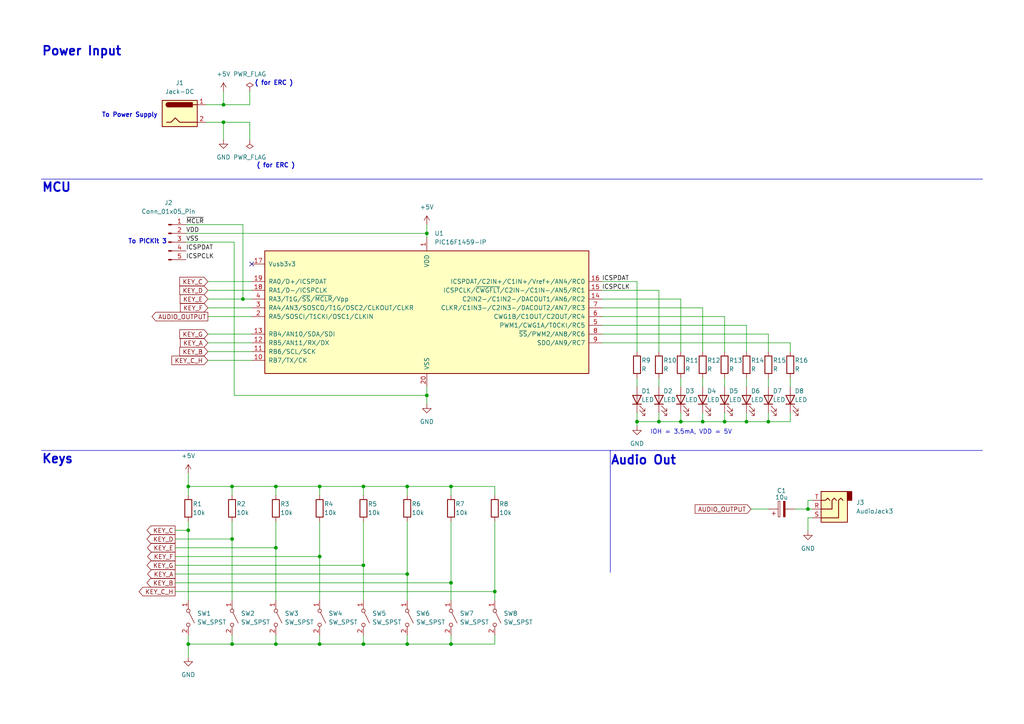
<source format=kicad_sch>
(kicad_sch (version 20230121) (generator eeschema)
  (paper "A4")
  (lib_symbols
    (symbol "Connector:Conn_01x05_Pin" (pin_names (offset 1.016) hide)
      (property "Reference" "J" (at 0 7.62 0))
      (property "Value" "Conn_01x05_Pin" (at 0 -7.62 0))
      (symbol "Conn_01x05_Pin_1_1"
        (polyline (pts (xy 1.27 -5.08) (xy 0.8636 -5.08)) (stroke (width 0.1524)))
        (polyline (pts (xy 1.27 -2.54) (xy 0.8636 -2.54)) (stroke (width 0.1524)))
        (polyline (pts (xy 1.27 0) (xy 0.8636 0)) (stroke (width 0.1524)))
        (polyline (pts (xy 1.27 2.54) (xy 0.8636 2.54)) (stroke (width 0.1524)))
        (polyline (pts (xy 1.27 5.08) (xy 0.8636 5.08)) (stroke (width 0.1524)))
        (rectangle (start 0.8636 -4.953) (end 0 -5.207) (stroke (width 0.1524)) (fill (type outline)))
        (rectangle (start 0.8636 -2.413) (end 0 -2.667) (stroke (width 0.1524)) (fill (type outline)))
        (rectangle (start 0.8636 0.127) (end 0 -0.127) (stroke (width 0.1524)) (fill (type outline)))
        (rectangle (start 0.8636 2.667) (end 0 2.413) (stroke (width 0.1524)) (fill (type outline)))
        (rectangle (start 0.8636 5.207) (end 0 4.953) (stroke (width 0.1524)) (fill (type outline)))
        (pin passive line (at 5.08 5.08 180) (length 3.81) (name "Pin_1") (number "1"))
        (pin passive line (at 5.08 2.54 180) (length 3.81) (name "Pin_2") (number "2"))
        (pin passive line (at 5.08 0 180) (length 3.81) (name "Pin_3") (number "3"))
        (pin passive line (at 5.08 -2.54 180) (length 3.81) (name "Pin_4") (number "4"))
        (pin passive line (at 5.08 -5.08 180) (length 3.81) (name "Pin_5") (number "5"))
      )
    )
    (symbol "Connector:Jack-DC" (pin_names (offset 1.016))
      (property "Reference" "J" (at 0 5.334 0))
      (property "Value" "Jack-DC" (at 0 -5.08 0))
      (symbol "Jack-DC_0_1"
        (rectangle (start -5.08 3.81) (end 5.08 -3.81) (stroke (width 0.254)) (fill (type background)))
        (arc (start -3.302 3.175) (mid -3.9343 2.54) (end -3.302 1.905) (stroke (width 0.254)))
        (arc (start -3.302 3.175) (mid -3.9343 2.54) (end -3.302 1.905) (stroke (width 0.254)) (fill (type outline)))
        (polyline (pts (xy 5.08 2.54) (xy 3.81 2.54)) (stroke (width 0.254)))
        (polyline (pts (xy -3.81 -2.54) (xy -2.54 -2.54) (xy -1.27 -1.27) (xy 0 -2.54) (xy 2.54 -2.54) (xy 5.08 -2.54)) (stroke (width 0.254)))
        (rectangle (start 3.683 3.175) (end -3.302 1.905) (stroke (width 0.254)) (fill (type outline)))
      )
      (symbol "Jack-DC_1_1"
        (pin passive line (at 7.62 2.54 180) (length 2.54) (name "~") (number "1"))
        (pin passive line (at 7.62 -2.54 180) (length 2.54) (name "~") (number "2"))
      )
    )
    (symbol "Connector_Audio:AudioJack3"
      (property "Reference" "J" (at 0 8.89 0))
      (property "Value" "AudioJack3" (at 0 6.35 0))
      (symbol "AudioJack3_0_1"
        (rectangle (start -5.08 -5.08) (end -6.35 -2.54) (stroke (width 0.254)) (fill (type outline)))
        (polyline (pts (xy 0 -2.54) (xy 0.635 -3.175) (xy 1.27 -2.54) (xy 2.54 -2.54)) (stroke (width 0.254)))
        (polyline (pts (xy -1.905 -2.54) (xy -1.27 -3.175) (xy -0.635 -2.54) (xy -0.635 0) (xy 2.54 0)) (stroke (width 0.254)))
        (polyline (pts (xy 2.54 2.54) (xy -2.54 2.54) (xy -2.54 -2.54) (xy -3.175 -3.175) (xy -3.81 -2.54)) (stroke (width 0.254)))
        (rectangle (start 2.54 3.81) (end -5.08 -5.08) (stroke (width 0.254)) (fill (type background)))
      )
      (symbol "AudioJack3_1_1"
        (pin passive line (at 5.08 0 180) (length 2.54) (name "~") (number "R"))
        (pin passive line (at 5.08 2.54 180) (length 2.54) (name "~") (number "S"))
        (pin passive line (at 5.08 -2.54 180) (length 2.54) (name "~") (number "T"))
      )
    )
    (symbol "Device:C_Polarized" (pin_numbers hide) (pin_names (offset 0.254))
      (property "Reference" "C" (at 0.635 2.54 0))
      (property "Value" "C_Polarized" (at 0.635 -2.54 0))
      (symbol "C_Polarized_0_1"
        (rectangle (start -2.286 0.508) (end 2.286 1.016))
        (polyline (pts (xy -1.778 2.286) (xy -0.762 2.286)))
        (polyline (pts (xy -1.27 2.794) (xy -1.27 1.778)))
        (rectangle (start 2.286 -0.508) (end -2.286 -1.016) (fill (type outline)))
      )
      (symbol "C_Polarized_1_1"
        (pin passive line (at 0 3.81 270) (length 2.794) (name "~") (number "1"))
        (pin passive line (at 0 -3.81 90) (length 2.794) (name "~") (number "2"))
      )
    )
    (symbol "Device:LED" (pin_numbers hide) (pin_names (offset 1.016) hide)
      (property "Reference" "D" (at 0 2.54 0))
      (property "Value" "LED" (at 0 -2.54 0))
      (symbol "LED_0_1"
        (polyline (pts (xy -1.27 -1.27) (xy -1.27 1.27)) (stroke (width 0.254)))
        (polyline (pts (xy -1.27 0) (xy 1.27 0)))
        (polyline (pts (xy 1.27 -1.27) (xy 1.27 1.27) (xy -1.27 0) (xy 1.27 -1.27)) (stroke (width 0.254)))
        (polyline (pts (xy -3.048 -0.762) (xy -4.572 -2.286) (xy -3.81 -2.286) (xy -4.572 -2.286) (xy -4.572 -1.524)))
        (polyline (pts (xy -1.778 -0.762) (xy -3.302 -2.286) (xy -2.54 -2.286) (xy -3.302 -2.286) (xy -3.302 -1.524)))
      )
      (symbol "LED_1_1"
        (pin passive line (at -3.81 0 0) (length 2.54) (name "K") (number "1"))
        (pin passive line (at 3.81 0 180) (length 2.54) (name "A") (number "2"))
      )
    )
    (symbol "Device:R" (pin_numbers hide) (pin_names (offset 0))
      (property "Reference" "R" (at 2.032 0 90))
      (property "Value" "R" (at 0 0 90))
      (symbol "R_0_1"
        (rectangle (start -1.016 -2.54) (end 1.016 2.54) (stroke (width 0.254)))
      )
      (symbol "R_1_1"
        (pin passive line (at 0 3.81 270) (length 1.27) (name "~") (number "1"))
        (pin passive line (at 0 -3.81 90) (length 1.27) (name "~") (number "2"))
      )
    )
    (symbol "MCU_Microchip_PIC16:PIC16F1459-IP" (pin_names (offset 1.016))
      (property "Reference" "U" (at -46.99 17.78 0))
      (property "Value" "PIC16F1459-IP" (at -46.99 15.24 0))
      (symbol "PIC16F1459-IP_0_1"
        (rectangle (start -46.99 13.97) (end 46.99 -21.59) (stroke (width 0.254)) (fill (type background)))
      )
      (symbol "PIC16F1459-IP_1_1"
        (pin power_in line (at 0 17.78 270) (length 3.81) (name "VDD") (number "1"))
        (pin bidirectional line (at -50.8 -17.78 0) (length 3.81) (name "RB7/TX/CK") (number "10"))
        (pin bidirectional line (at -50.8 -15.24 0) (length 3.81) (name "RB6/SCL/SCK") (number "11"))
        (pin bidirectional line (at -50.8 -12.7 0) (length 3.81) (name "RB5/AN11/RX/DX") (number "12"))
        (pin bidirectional line (at -50.8 -10.16 0) (length 3.81) (name "RB4/AN10/SDA/SDI") (number "13"))
        (pin bidirectional line (at 50.8 0 180) (length 3.81) (name "C2IN2-/C1IN2-/DACOUT1/AN6/RC2") (number "14"))
        (pin bidirectional line (at 50.8 2.54 180) (length 3.81) (name "ICSPCLK/~{CWGFLT}/C2IN-/C1IN-/AN5/RC1") (number "15"))
        (pin bidirectional line (at 50.8 5.08 180) (length 3.81) (name "ICSPDAT/C2IN+/C1IN+/Vref+/AN4/RC0") (number "16"))
        (pin bidirectional line (at -50.8 10.16 0) (length 3.81) (name "Vusb3v3") (number "17"))
        (pin bidirectional line (at -50.8 2.54 0) (length 3.81) (name "RA1/D-/ICSPCLK") (number "18"))
        (pin bidirectional line (at -50.8 5.08 0) (length 3.81) (name "RA0/D+/ICSPDAT") (number "19"))
        (pin bidirectional line (at -50.8 -5.08 0) (length 3.81) (name "RA5/SOSCI/T1CKI/OSC1/CLKIN") (number "2"))
        (pin power_in line (at 0 -25.4 90) (length 3.81) (name "VSS") (number "20"))
        (pin bidirectional line (at -50.8 -2.54 0) (length 3.81) (name "RA4/AN3/SOSCO/T1G/OSC2/CLKOUT/CLKR") (number "3"))
        (pin input line (at -50.8 0 0) (length 3.81) (name "RA3/T1G/~{SS}/~{MCLR}/Vpp") (number "4"))
        (pin bidirectional line (at 50.8 -7.62 180) (length 3.81) (name "PWM1/CWG1A/T0CKI/RC5") (number "5"))
        (pin bidirectional line (at 50.8 -5.08 180) (length 3.81) (name "CWG1B/C1OUT/C2OUT/RC4") (number "6"))
        (pin bidirectional line (at 50.8 -2.54 180) (length 3.81) (name "CLKR/C1IN3-/C2IN3-/DACOUT2/AN7/RC3") (number "7"))
        (pin bidirectional line (at 50.8 -10.16 180) (length 3.81) (name "~{SS}/PWM2/AN8/RC6") (number "8"))
        (pin bidirectional line (at 50.8 -12.7 180) (length 3.81) (name "SDO/AN9/RC7") (number "9"))
      )
    )
    (symbol "Switch:SW_SPST" (pin_names (offset 0) hide)
      (property "Reference" "SW" (at 0 3.175 0))
      (property "Value" "SW_SPST" (at 0 -2.54 0))
      (symbol "SW_SPST_0_0"
        (circle (center -2.032 0) (radius 0.508))
        (polyline (pts (xy -1.524 0.254) (xy 1.524 1.778)))
        (circle (center 2.032 0) (radius 0.508))
      )
      (symbol "SW_SPST_1_1"
        (pin passive line (at -5.08 0 0) (length 2.54) (name "A") (number "1"))
        (pin passive line (at 5.08 0 180) (length 2.54) (name "B") (number "2"))
      )
    )
    (symbol "power:+5V" (power) (pin_names (offset 0))
      (property "Value" "+5V" (at 0 3.556 0))
      (symbol "+5V_0_1"
        (polyline (pts (xy -0.762 1.27) (xy 0 2.54)))
        (polyline (pts (xy 0 0) (xy 0 2.54)))
        (polyline (pts (xy 0 2.54) (xy 0.762 1.27)))
      )
      (symbol "+5V_1_1"
        (pin power_in line (at 0 0 90) (length 0) hide (name "+5V") (number "1"))
      )
    )
    (symbol "power:GND" (power) (pin_names (offset 0))
      (property "Value" "GND" (at 0 -3.81 0))
      (symbol "GND_0_1"
        (polyline (pts (xy 0 0) (xy 0 -1.27) (xy 1.27 -1.27) (xy 0 -2.54) (xy -1.27 -1.27) (xy 0 -1.27)))
      )
      (symbol "GND_1_1"
        (pin power_in line (at 0 0 270) (length 0) hide (name "GND") (number "1"))
      )
    )
    (symbol "power:PWR_FLAG" (power) (pin_numbers hide) (pin_names (offset 0) hide)
      (property "Value" "PWR_FLAG" (at 0 3.81 0))
      (symbol "PWR_FLAG_0_0"
        (pin power_out line (at 0 0 90) (length 0) (name "pwr") (number "1"))
      )
      (symbol "PWR_FLAG_0_1"
        (polyline (pts (xy 0 0) (xy 0 1.27) (xy -1.016 1.905) (xy 0 2.54) (xy 1.016 1.905) (xy 0 1.27)))
      )
    )
  )
  (junction (at 54.61 141.097))
  (junction (at 130.81 141.097))
  (junction (at 92.71 161.417))
  (junction (at 130.81 169.037))
  (junction (at 64.8208 30.3784))
  (junction (at 210.1596 122.301))
  (junction (at 118.11 186.817))
  (junction (at 92.71 186.817))
  (junction (at 123.7996 114.681))
  (junction (at 222.8596 122.301))
  (junction (at 54.61 186.817))
  (junction (at 191.1096 122.301))
  (junction (at 118.11 166.497))
  (junction (at 105.41 141.097))
  (junction (at 105.41 186.817))
  (junction (at 143.51 171.577))
  (junction (at 216.5096 122.301))
  (junction (at 67.31 141.097))
  (junction (at 118.11 141.097))
  (junction (at 105.41 163.957))
  (junction (at 70.4596 86.741))
  (junction (at 184.7596 122.301))
  (junction (at 67.31 156.337))
  (junction (at 197.4596 122.301))
  (junction (at 92.71 141.097))
  (junction (at 80.01 141.097))
  (junction (at 64.8208 35.4584))
  (junction (at 234.3404 147.6502))
  (junction (at 130.81 186.817))
  (junction (at 80.01 186.817))
  (junction (at 54.61 153.797))
  (junction (at 203.8096 122.301))
  (junction (at 80.01 158.877))
  (junction (at 123.7996 67.691))
  (junction (at 67.31 186.817))
  (no_connect (at 72.9996 76.581))
  (wire (pts (xy 67.31 156.337) (xy 67.31 174.117)))
  (polyline (pts (xy 177.0126 130.6576) (xy 284.988 130.6576)))
  (polyline (pts (xy 11.9888 51.943) (xy 285.0134 51.943)))
  (wire (pts (xy 50.8 161.417) (xy 92.71 161.417)))
  (wire (pts (xy 80.01 158.877) (xy 80.01 174.117)))
  (wire (pts (xy 217.8304 147.6502) (xy 222.9104 147.6502)))
  (wire (pts (xy 123.7996 65.151) (xy 123.7996 67.691)))
  (wire (pts (xy 143.51 151.257) (xy 143.51 171.577)))
  (wire (pts (xy 118.11 151.257) (xy 118.11 166.497)))
  (wire (pts (xy 118.11 186.817) (xy 130.81 186.817)))
  (wire (pts (xy 60.2996 99.441) (xy 72.9996 99.441)))
  (wire (pts (xy 130.81 141.097) (xy 118.11 141.097)))
  (wire (pts (xy 72.4408 30.3784) (xy 64.8208 30.3784)))
  (wire (pts (xy 92.71 184.277) (xy 92.71 186.817)))
  (wire (pts (xy 191.1096 122.301) (xy 197.4596 122.301)))
  (wire (pts (xy 229.2096 101.981) (xy 229.2096 99.441)))
  (wire (pts (xy 191.1096 84.201) (xy 191.1096 101.981)))
  (wire (pts (xy 203.8096 122.301) (xy 203.8096 119.761)))
  (wire (pts (xy 222.8596 119.761) (xy 222.8596 122.301)))
  (wire (pts (xy 72.4408 26.5684) (xy 72.4408 30.3784)))
  (wire (pts (xy 105.41 141.097) (xy 92.71 141.097)))
  (wire (pts (xy 105.41 163.957) (xy 105.41 174.117)))
  (wire (pts (xy 50.8 171.577) (xy 143.51 171.577)))
  (wire (pts (xy 197.4596 86.741) (xy 197.4596 101.981)))
  (wire (pts (xy 67.31 151.257) (xy 67.31 156.337)))
  (wire (pts (xy 50.8 153.797) (xy 54.61 153.797)))
  (wire (pts (xy 64.8208 35.4584) (xy 72.4408 35.4584)))
  (wire (pts (xy 210.1596 91.821) (xy 210.1596 101.981)))
  (wire (pts (xy 210.1596 91.821) (xy 174.5996 91.821)))
  (wire (pts (xy 130.81 186.817) (xy 143.51 186.817)))
  (wire (pts (xy 118.11 141.097) (xy 105.41 141.097)))
  (wire (pts (xy 222.8596 96.901) (xy 174.5996 96.901)))
  (wire (pts (xy 60.2996 101.981) (xy 72.9996 101.981)))
  (wire (pts (xy 216.5096 119.761) (xy 216.5096 122.301)))
  (wire (pts (xy 216.5096 101.981) (xy 216.5096 94.361)))
  (wire (pts (xy 70.4596 65.151) (xy 70.4596 86.741)))
  (wire (pts (xy 50.8 158.877) (xy 80.01 158.877)))
  (wire (pts (xy 216.5096 94.361) (xy 174.5996 94.361)))
  (wire (pts (xy 234.3404 150.1902) (xy 235.6104 150.1902)))
  (wire (pts (xy 118.11 184.277) (xy 118.11 186.817)))
  (wire (pts (xy 80.01 141.097) (xy 80.01 143.637)))
  (wire (pts (xy 54.61 186.817) (xy 54.61 190.627)))
  (wire (pts (xy 105.41 186.817) (xy 92.71 186.817)))
  (wire (pts (xy 53.9496 67.691) (xy 123.7996 67.691)))
  (wire (pts (xy 118.11 186.817) (xy 105.41 186.817)))
  (wire (pts (xy 216.5096 109.601) (xy 216.5096 112.141)))
  (wire (pts (xy 130.81 184.277) (xy 130.81 186.817)))
  (wire (pts (xy 80.01 186.817) (xy 67.31 186.817)))
  (wire (pts (xy 60.2996 96.901) (xy 72.9996 96.901)))
  (wire (pts (xy 105.41 184.277) (xy 105.41 186.817)))
  (wire (pts (xy 70.4596 86.741) (xy 72.9996 86.741)))
  (wire (pts (xy 67.9196 70.231) (xy 67.9196 114.681)))
  (wire (pts (xy 80.01 184.277) (xy 80.01 186.817)))
  (wire (pts (xy 53.9496 70.231) (xy 67.9196 70.231)))
  (wire (pts (xy 203.8096 122.301) (xy 210.1596 122.301)))
  (wire (pts (xy 229.2096 122.301) (xy 222.8596 122.301)))
  (wire (pts (xy 50.8 166.497) (xy 118.11 166.497)))
  (wire (pts (xy 92.71 161.417) (xy 92.71 174.117)))
  (wire (pts (xy 184.7596 122.301) (xy 184.7596 123.571)))
  (wire (pts (xy 60.2996 81.661) (xy 72.9996 81.661)))
  (wire (pts (xy 80.01 141.097) (xy 92.71 141.097)))
  (wire (pts (xy 60.2996 104.521) (xy 72.9996 104.521)))
  (wire (pts (xy 54.61 141.097) (xy 54.61 143.637)))
  (wire (pts (xy 234.3404 154.0002) (xy 234.3404 150.1902)))
  (wire (pts (xy 50.8 169.037) (xy 130.81 169.037)))
  (wire (pts (xy 92.71 186.817) (xy 80.01 186.817)))
  (wire (pts (xy 92.71 141.097) (xy 92.71 143.637)))
  (wire (pts (xy 210.1596 109.601) (xy 210.1596 112.141)))
  (wire (pts (xy 222.8596 109.601) (xy 222.8596 112.141)))
  (wire (pts (xy 54.61 151.257) (xy 54.61 153.797)))
  (wire (pts (xy 92.71 151.257) (xy 92.71 161.417)))
  (wire (pts (xy 234.3404 145.1102) (xy 235.6104 145.1102)))
  (wire (pts (xy 210.1596 122.301) (xy 210.1596 119.761)))
  (polyline (pts (xy 11.9888 130.6576) (xy 177.0126 130.6576)))
  (wire (pts (xy 72.4408 35.4584) (xy 72.4408 40.5384)))
  (wire (pts (xy 191.1096 109.601) (xy 191.1096 112.141)))
  (wire (pts (xy 229.2096 109.601) (xy 229.2096 112.141)))
  (wire (pts (xy 105.41 151.257) (xy 105.41 163.957)))
  (wire (pts (xy 216.5096 122.301) (xy 210.1596 122.301)))
  (wire (pts (xy 67.31 141.097) (xy 67.31 143.637)))
  (wire (pts (xy 197.4596 122.301) (xy 203.8096 122.301)))
  (wire (pts (xy 143.51 171.577) (xy 143.51 174.117)))
  (wire (pts (xy 229.2096 99.441) (xy 174.5996 99.441)))
  (wire (pts (xy 130.81 151.257) (xy 130.81 169.037)))
  (wire (pts (xy 80.01 151.257) (xy 80.01 158.877)))
  (wire (pts (xy 203.8096 89.281) (xy 203.8096 101.981)))
  (wire (pts (xy 174.5996 84.201) (xy 191.1096 84.201)))
  (wire (pts (xy 64.8208 40.5384) (xy 64.8208 35.4584)))
  (wire (pts (xy 118.11 141.097) (xy 118.11 143.637)))
  (wire (pts (xy 230.5304 147.6502) (xy 234.3404 147.6502)))
  (wire (pts (xy 53.9496 65.151) (xy 70.4596 65.151)))
  (wire (pts (xy 143.51 141.097) (xy 143.51 143.637)))
  (wire (pts (xy 67.9196 114.681) (xy 123.7996 114.681)))
  (wire (pts (xy 59.7408 30.3784) (xy 64.8208 30.3784)))
  (wire (pts (xy 64.8208 35.4584) (xy 59.7408 35.4584)))
  (wire (pts (xy 184.7596 122.301) (xy 191.1096 122.301)))
  (wire (pts (xy 184.7596 109.601) (xy 184.7596 112.141)))
  (wire (pts (xy 50.8 156.337) (xy 67.31 156.337)))
  (wire (pts (xy 174.5996 89.281) (xy 203.8096 89.281)))
  (wire (pts (xy 197.4596 122.301) (xy 197.4596 119.761)))
  (wire (pts (xy 105.41 141.097) (xy 105.41 143.637)))
  (wire (pts (xy 184.7596 81.661) (xy 184.7596 101.981)))
  (wire (pts (xy 67.31 186.817) (xy 54.61 186.817)))
  (wire (pts (xy 60.2996 89.281) (xy 72.9996 89.281)))
  (wire (pts (xy 67.31 141.097) (xy 54.61 141.097)))
  (wire (pts (xy 60.2996 84.201) (xy 72.9996 84.201)))
  (wire (pts (xy 54.61 184.277) (xy 54.61 186.817)))
  (wire (pts (xy 60.2996 91.821) (xy 72.9996 91.821)))
  (wire (pts (xy 64.8208 30.3784) (xy 64.8208 26.5684)))
  (wire (pts (xy 60.2996 86.741) (xy 70.4596 86.741)))
  (wire (pts (xy 203.8096 109.601) (xy 203.8096 112.141)))
  (wire (pts (xy 222.8596 122.301) (xy 216.5096 122.301)))
  (polyline (pts (xy 177.0126 130.6576) (xy 177.0126 166.0144)))
  (wire (pts (xy 54.61 137.287) (xy 54.61 141.097)))
  (wire (pts (xy 174.5996 81.661) (xy 184.7596 81.661)))
  (wire (pts (xy 184.7596 119.761) (xy 184.7596 122.301)))
  (wire (pts (xy 143.51 184.277) (xy 143.51 186.817)))
  (wire (pts (xy 143.51 141.097) (xy 130.81 141.097)))
  (wire (pts (xy 123.7996 67.691) (xy 123.7996 68.961)))
  (wire (pts (xy 118.11 166.497) (xy 118.11 174.117)))
  (wire (pts (xy 229.2096 119.761) (xy 229.2096 122.301)))
  (wire (pts (xy 191.1096 122.301) (xy 191.1096 119.761)))
  (wire (pts (xy 130.81 141.097) (xy 130.81 143.637)))
  (wire (pts (xy 197.4596 109.601) (xy 197.4596 112.141)))
  (wire (pts (xy 130.81 169.037) (xy 130.81 174.117)))
  (wire (pts (xy 234.3404 145.1102) (xy 234.3404 147.6502)))
  (wire (pts (xy 197.4596 86.741) (xy 174.5996 86.741)))
  (wire (pts (xy 234.3404 147.6502) (xy 235.6104 147.6502)))
  (wire (pts (xy 54.61 153.797) (xy 54.61 174.117)))
  (wire (pts (xy 123.7996 112.141) (xy 123.7996 114.681)))
  (wire (pts (xy 67.31 184.277) (xy 67.31 186.817)))
  (wire (pts (xy 67.31 141.097) (xy 80.01 141.097)))
  (wire (pts (xy 50.8 163.957) (xy 105.41 163.957)))
  (wire (pts (xy 222.8596 101.981) (xy 222.8596 96.901)))
  (wire (pts (xy 123.7996 114.681) (xy 123.7996 117.221)))
  (text "Power Input\n" (at 11.9888 16.4338 0) (effects (font (size 2.54 2.54) (thickness 0.508) bold) (justify left bottom)))
  (text "Keys" (at 11.9888 134.7216 0) (effects (font (size 2.54 2.54) (thickness 0.508) bold) (justify left bottom)))
  (text "( for ERC )" (at 73.8124 24.9174 0) (effects (font (size 1.27 1.27) bold) (justify left bottom)))
  (text "To PICKit 3" (at 48.4632 70.866 0) (effects (font (size 1.27 1.27) (thickness 0.254) bold) (justify right bottom)))
  (text "( for ERC )" (at 74.3712 48.8442 0) (effects (font (size 1.27 1.27) bold) (justify left bottom)))
  (text "To Power Supply" (at 45.7708 34.1884 0) (effects (font (size 1.27 1.27) (thickness 0.254) bold) (justify right bottom)))
  (text "IOH = 3.5mA, VDD = 5V" (at 188.5696 126.111 0) (effects (font (size 1.27 1.27)) (justify left bottom)))
  (text "Audio Out\n" (at 177.0126 135.0772 0) (effects (font (size 2.54 2.54) (thickness 0.508) bold) (justify left bottom)))
  (text "MCU" (at 12.0142 55.9816 0) (effects (font (size 2.54 2.54) (thickness 0.508) bold) (justify left bottom)))
  (label "ICSPCLK" (at 53.9496 75.311 0))
  (label "VSS" (at 53.9496 70.231 0))
  (label "ICSPDAT" (at 174.5996 81.661 0))
  (label "VDD" (at 53.9496 67.691 0))
  (label "~{MCLR}" (at 53.9496 65.151 0))
  (label "ICSPDAT" (at 53.9496 72.771 0))
  (label "ICSPCLK" (at 174.5996 84.201 0))
  (global_label "KEY_G" (shape input) (at 60.2996 96.901 180) (property "Intersheetrefs" "${INTERSHEET_REFS}" (effects hide)))
  (global_label "KEY_E" (shape output) (at 50.8 158.877 180) (property "Intersheetrefs" "${INTERSHEET_REFS}" (effects hide)))
  (global_label "KEY_D" (shape output) (at 50.8 156.337 180) (property "Intersheetrefs" "${INTERSHEET_REFS}" (effects hide)))
  (global_label "KEY_C_H" (shape input) (at 60.2996 104.521 180) (property "Intersheetrefs" "${INTERSHEET_REFS}" (effects hide)))
  (global_label "KEY_B" (shape output) (at 50.8 169.037 180) (property "Intersheetrefs" "${INTERSHEET_REFS}" (effects hide)))
  (global_label "KEY_A" (shape input) (at 60.2996 99.441 180) (property "Intersheetrefs" "${INTERSHEET_REFS}" (effects hide)))
  (global_label "AUDIO_OUTPUT" (shape input) (at 217.8304 147.6502 180) (property "Intersheetrefs" "${INTERSHEET_REFS}" (effects hide)))
  (global_label "KEY_G" (shape output) (at 50.8 163.957 180) (property "Intersheetrefs" "${INTERSHEET_REFS}" (effects hide)))
  (global_label "KEY_A" (shape output) (at 50.8 166.497 180) (property "Intersheetrefs" "${INTERSHEET_REFS}" (effects hide)))
  (global_label "AUDIO_OUTPUT" (shape output) (at 60.2996 91.821 180) (property "Intersheetrefs" "${INTERSHEET_REFS}" (effects hide)))
  (global_label "KEY_C" (shape input) (at 60.2996 81.661 180) (property "Intersheetrefs" "${INTERSHEET_REFS}" (effects hide)))
  (global_label "KEY_C_H" (shape output) (at 50.8 171.577 180) (property "Intersheetrefs" "${INTERSHEET_REFS}" (effects hide)))
  (global_label "KEY_D" (shape input) (at 60.2996 84.201 180) (property "Intersheetrefs" "${INTERSHEET_REFS}" (effects hide)))
  (global_label "KEY_F" (shape output) (at 50.8 161.417 180) (property "Intersheetrefs" "${INTERSHEET_REFS}" (effects hide)))
  (global_label "KEY_C" (shape output) (at 50.8 153.797 180) (property "Intersheetrefs" "${INTERSHEET_REFS}" (effects hide)))
  (global_label "KEY_E" (shape input) (at 60.2996 86.741 180) (property "Intersheetrefs" "${INTERSHEET_REFS}" (effects hide)))
  (global_label "KEY_F" (shape input) (at 60.2996 89.281 180) (property "Intersheetrefs" "${INTERSHEET_REFS}" (effects hide)))
  (global_label "KEY_B" (shape input) (at 60.2996 101.981 180) (property "Intersheetrefs" "${INTERSHEET_REFS}" (effects hide)))
  (symbol (lib_id "Device:R") (at 143.51 147.447 0) (unit 1)
    (property "Reference" "R8" (at 144.78 146.177 0) (effects (justify left)))
    (property "Value" "10k" (at 144.78 148.717 0) (effects (justify left)))
    (property "Footprint" "Resistor_THT:R_Axial_DIN0204_L3.6mm_D1.6mm_P5.08mm_Horizontal" (effects hide))
  )
  (symbol (lib_id "power:PWR_FLAG") (at 72.4408 26.5684 0) (unit 1)
    (property "Reference" "#FLG01" (effects hide))
    (property "Value" "PWR_FLAG" (at 72.4408 21.4884 0))
  )
  (symbol (lib_id "Switch:SW_SPST") (at 67.31 179.197 270) (unit 1)
    (property "Reference" "SW2" (at 69.85 177.927 90) (effects (justify left)))
    (property "Value" "SW_SPST" (at 69.85 180.467 90) (effects (justify left)))
    (property "Footprint" "Button_Switch_THT:SW_PUSH-12mm" (effects hide))
  )
  (symbol (lib_id "Device:R") (at 67.31 147.447 0) (unit 1)
    (property "Reference" "R2" (at 68.58 146.177 0) (effects (justify left)))
    (property "Value" "10k" (at 68.58 148.717 0) (effects (justify left)))
    (property "Footprint" "Resistor_THT:R_Axial_DIN0204_L3.6mm_D1.6mm_P5.08mm_Horizontal" (effects hide))
  )
  (symbol (lib_id "Device:R") (at 105.41 147.447 0) (unit 1)
    (property "Reference" "R5" (at 106.68 146.177 0) (effects (justify left)))
    (property "Value" "10k" (at 106.68 148.717 0) (effects (justify left)))
    (property "Footprint" "Resistor_THT:R_Axial_DIN0204_L3.6mm_D1.6mm_P5.08mm_Horizontal" (effects hide))
  )
  (symbol (lib_id "power:+5V") (at 54.61 137.287 0) (unit 1)
    (property "Reference" "#PWR03" (effects hide))
    (property "Value" "+5V" (at 54.61 132.207 0))
  )
  (symbol (lib_id "Switch:SW_SPST") (at 105.41 179.197 270) (unit 1)
    (property "Reference" "SW5" (at 107.95 177.927 90) (effects (justify left)))
    (property "Value" "SW_SPST" (at 107.95 180.467 90) (effects (justify left)))
    (property "Footprint" "Button_Switch_THT:SW_PUSH-12mm" (effects hide))
  )
  (symbol (lib_id "Device:R") (at 191.1096 105.791 0) (unit 1)
    (property "Reference" "R10" (at 192.3796 104.521 0) (effects (justify left)))
    (property "Value" "R" (at 192.3796 107.061 0) (effects (justify left)))
    (property "Footprint" "Resistor_THT:R_Axial_DIN0204_L3.6mm_D1.6mm_P5.08mm_Horizontal" (effects hide))
  )
  (symbol (lib_id "Device:R") (at 222.8596 105.791 0) (unit 1)
    (property "Reference" "R15" (at 224.1296 104.521 0) (effects (justify left)))
    (property "Value" "R" (at 224.1296 107.061 0) (effects (justify left)))
    (property "Footprint" "Resistor_THT:R_Axial_DIN0204_L3.6mm_D1.6mm_P5.08mm_Horizontal" (effects hide))
  )
  (symbol (lib_id "Device:R") (at 130.81 147.447 0) (unit 1)
    (property "Reference" "R7" (at 132.08 146.177 0) (effects (justify left)))
    (property "Value" "10k" (at 132.08 148.717 0) (effects (justify left)))
    (property "Footprint" "Resistor_THT:R_Axial_DIN0204_L3.6mm_D1.6mm_P5.08mm_Horizontal" (effects hide))
  )
  (symbol (lib_id "Device:R") (at 184.7596 105.791 0) (unit 1)
    (property "Reference" "R9" (at 186.0296 104.521 0) (effects (justify left)))
    (property "Value" "R" (at 186.0296 107.061 0) (effects (justify left)))
    (property "Footprint" "Resistor_THT:R_Axial_DIN0204_L3.6mm_D1.6mm_P5.08mm_Horizontal" (effects hide))
  )
  (symbol (lib_id "Device:R") (at 118.11 147.447 0) (unit 1)
    (property "Reference" "R6" (at 119.38 146.177 0) (effects (justify left)))
    (property "Value" "10k" (at 119.38 148.717 0) (effects (justify left)))
    (property "Footprint" "Resistor_THT:R_Axial_DIN0204_L3.6mm_D1.6mm_P5.08mm_Horizontal" (effects hide))
  )
  (symbol (lib_id "Switch:SW_SPST") (at 130.81 179.197 270) (unit 1)
    (property "Reference" "SW7" (at 133.35 177.927 90) (effects (justify left)))
    (property "Value" "SW_SPST" (at 133.35 180.467 90) (effects (justify left)))
    (property "Footprint" "Button_Switch_THT:SW_PUSH-12mm" (effects hide))
  )
  (symbol (lib_id "Connector:Conn_01x05_Pin") (at 48.8696 70.231 0) (unit 1)
    (property "Reference" "J2" (at 48.8696 58.801 0))
    (property "Value" "Conn_01x05_Pin" (at 48.8696 61.341 0))
    (property "Footprint" "Connector_PinHeader_2.54mm:PinHeader_1x05_P2.54mm_Vertical" (effects hide))
  )
  (symbol (lib_id "power:GND") (at 54.61 190.627 0) (unit 1)
    (property "Reference" "#PWR04" (effects hide))
    (property "Value" "GND" (at 54.61 195.707 0))
  )
  (symbol (lib_id "Device:LED") (at 197.4596 115.951 90) (unit 1)
    (property "Reference" "D3" (at 198.7296 113.411 90) (effects (justify right)))
    (property "Value" "LED" (at 198.7296 115.951 90) (effects (justify right)))
    (property "Footprint" "LED_THT:LED_D3.0mm" (effects hide))
  )
  (symbol (lib_id "Device:LED") (at 229.2096 115.951 90) (unit 1)
    (property "Reference" "D8" (at 230.4796 113.411 90) (effects (justify right)))
    (property "Value" "LED" (at 230.4796 115.951 90) (effects (justify right)))
    (property "Footprint" "LED_THT:LED_D3.0mm" (effects hide))
  )
  (symbol (lib_id "power:GND") (at 234.3404 154.0002 0) (unit 1)
    (property "Reference" "#PWR05" (effects hide))
    (property "Value" "GND" (at 234.3404 159.0802 0))
  )
  (symbol (lib_id "Device:LED") (at 184.7596 115.951 90) (unit 1)
    (property "Reference" "D1" (at 186.0296 113.411 90) (effects (justify right)))
    (property "Value" "LED" (at 186.0296 115.951 90) (effects (justify right)))
    (property "Footprint" "LED_THT:LED_D3.0mm" (effects hide))
  )
  (symbol (lib_id "power:PWR_FLAG") (at 72.4408 40.5384 180) (unit 1)
    (property "Reference" "#FLG02" (effects hide))
    (property "Value" "PWR_FLAG" (at 72.4408 45.6184 0))
  )
  (symbol (lib_id "Connector_Audio:AudioJack3") (at 240.6904 147.6502 180) (unit 1)
    (property "Reference" "J3" (at 248.3104 145.7452 0) (effects (justify right)))
    (property "Value" "AudioJack3" (at 248.3104 148.2852 0) (effects (justify right)))
    (property "Footprint" "Connector_Audio:Jack_3.5mm_Lumberg_1503_07_Horizontal" (effects hide))
  )
  (symbol (lib_id "Device:LED") (at 222.8596 115.951 90) (unit 1)
    (property "Reference" "D7" (at 224.1296 113.411 90) (effects (justify right)))
    (property "Value" "LED" (at 224.1296 115.951 90) (effects (justify right)))
    (property "Footprint" "LED_THT:LED_D3.0mm" (effects hide))
  )
  (symbol (lib_id "Switch:SW_SPST") (at 143.51 179.197 270) (unit 1)
    (property "Reference" "SW8" (at 146.05 177.927 90) (effects (justify left)))
    (property "Value" "SW_SPST" (at 146.05 180.467 90) (effects (justify left)))
    (property "Footprint" "Button_Switch_THT:SW_PUSH-12mm" (effects hide))
  )
  (symbol (lib_id "Device:R") (at 203.8096 105.791 0) (unit 1)
    (property "Reference" "R12" (at 205.0796 104.521 0) (effects (justify left)))
    (property "Value" "R" (at 205.0796 107.061 0) (effects (justify left)))
    (property "Footprint" "Resistor_THT:R_Axial_DIN0204_L3.6mm_D1.6mm_P5.08mm_Horizontal" (effects hide))
  )
  (symbol (lib_id "MCU_Microchip_PIC16:PIC16F1459-IP") (at 123.7996 86.741 0) (unit 1)
    (property "Reference" "U1" (at 125.9937 67.691 0) (effects (justify left)))
    (property "Value" "PIC16F1459-IP" (at 125.9937 70.231 0) (effects (justify left)))
    (property "Footprint" "Package_DIP:DIP-20_W7.62mm" (effects hide))
    (property "Datasheet" "http://ww1.microchip.com/downloads/en/DeviceDoc/41639A.pdf" (effects hide))
  )
  (symbol (lib_id "power:+5V") (at 64.8208 26.5684 0) (unit 1)
    (property "Reference" "#PWR01" (effects hide))
    (property "Value" "+5V" (at 64.8208 21.4884 0))
  )
  (symbol (lib_id "Switch:SW_SPST") (at 54.61 179.197 270) (unit 1)
    (property "Reference" "SW1" (at 57.15 177.927 90) (effects (justify left)))
    (property "Value" "SW_SPST" (at 57.15 180.467 90) (effects (justify left)))
    (property "Footprint" "Button_Switch_THT:SW_PUSH-12mm" (effects hide))
  )
  (symbol (lib_id "Device:C_Polarized") (at 226.7204 147.6502 90) (unit 1)
    (property "Reference" "C1" (at 226.695 142.3162 90))
    (property "Value" "10u" (at 226.695 144.2212 90))
    (property "Footprint" "Capacitor_THT:CP_Radial_D4.0mm_P1.50mm" (effects hide))
  )
  (symbol (lib_id "Switch:SW_SPST") (at 92.71 179.197 270) (unit 1)
    (property "Reference" "SW4" (at 95.25 177.927 90) (effects (justify left)))
    (property "Value" "SW_SPST" (at 95.25 180.467 90) (effects (justify left)))
    (property "Footprint" "Button_Switch_THT:SW_PUSH-12mm" (effects hide))
  )
  (symbol (lib_id "Device:LED") (at 210.1596 115.951 90) (unit 1)
    (property "Reference" "D5" (at 211.4296 113.411 90) (effects (justify right)))
    (property "Value" "LED" (at 211.4296 115.951 90) (effects (justify right)))
    (property "Footprint" "LED_THT:LED_D3.0mm" (effects hide))
  )
  (symbol (lib_id "Device:LED") (at 216.5096 115.951 90) (unit 1)
    (property "Reference" "D6" (at 217.7796 113.411 90) (effects (justify right)))
    (property "Value" "LED" (at 217.7796 115.951 90) (effects (justify right)))
    (property "Footprint" "LED_THT:LED_D3.0mm" (effects hide))
  )
  (symbol (lib_id "power:GND") (at 64.8208 40.5384 0) (unit 1)
    (property "Reference" "#PWR02" (effects hide))
    (property "Value" "GND" (at 64.8208 45.6184 0))
  )
  (symbol (lib_id "Device:LED") (at 191.1096 115.951 90) (unit 1)
    (property "Reference" "D2" (at 192.3796 113.411 90) (effects (justify right)))
    (property "Value" "LED" (at 192.3796 115.951 90) (effects (justify right)))
    (property "Footprint" "LED_THT:LED_D3.0mm" (effects hide))
  )
  (symbol (lib_id "Device:R") (at 197.4596 105.791 0) (unit 1)
    (property "Reference" "R11" (at 198.7296 104.521 0) (effects (justify left)))
    (property "Value" "R" (at 198.7296 107.061 0) (effects (justify left)))
    (property "Footprint" "Resistor_THT:R_Axial_DIN0204_L3.6mm_D1.6mm_P5.08mm_Horizontal" (effects hide))
  )
  (symbol (lib_id "power:GND") (at 184.7596 123.571 0) (unit 1)
    (property "Reference" "#PWR08" (effects hide))
    (property "Value" "GND" (at 184.7596 128.651 0))
  )
  (symbol (lib_id "Connector:Jack-DC") (at 52.1208 32.9184 0) (unit 1)
    (property "Reference" "J1" (at 52.1208 24.0284 0))
    (property "Value" "Jack-DC" (at 52.1208 26.5684 0))
    (property "Footprint" "Connector_BarrelJack:BarrelJack_Horizontal" (effects hide))
  )
  (symbol (lib_id "Device:R") (at 54.61 147.447 0) (unit 1)
    (property "Reference" "R1" (at 55.88 146.177 0) (effects (justify left)))
    (property "Value" "10k" (at 55.88 148.717 0) (effects (justify left)))
    (property "Footprint" "Resistor_THT:R_Axial_DIN0204_L3.6mm_D1.6mm_P5.08mm_Horizontal" (effects hide))
  )
  (symbol (lib_id "Switch:SW_SPST") (at 118.11 179.197 270) (unit 1)
    (property "Reference" "SW6" (at 120.65 177.927 90) (effects (justify left)))
    (property "Value" "SW_SPST" (at 120.65 180.467 90) (effects (justify left)))
    (property "Footprint" "Button_Switch_THT:SW_PUSH-12mm" (effects hide))
  )
  (symbol (lib_id "Device:R") (at 210.1596 105.791 0) (unit 1)
    (property "Reference" "R13" (at 211.4296 104.521 0) (effects (justify left)))
    (property "Value" "R" (at 211.4296 107.061 0) (effects (justify left)))
    (property "Footprint" "Resistor_THT:R_Axial_DIN0204_L3.6mm_D1.6mm_P5.08mm_Horizontal" (effects hide))
  )
  (symbol (lib_id "Switch:SW_SPST") (at 80.01 179.197 270) (unit 1)
    (property "Reference" "SW3" (at 82.55 177.927 90) (effects (justify left)))
    (property "Value" "SW_SPST" (at 82.55 180.467 90) (effects (justify left)))
    (property "Footprint" "Button_Switch_THT:SW_PUSH-12mm" (effects hide))
  )
  (symbol (lib_id "Device:R") (at 92.71 147.447 0) (unit 1)
    (property "Reference" "R4" (at 93.98 146.177 0) (effects (justify left)))
    (property "Value" "10k" (at 93.98 148.717 0) (effects (justify left)))
    (property "Footprint" "Resistor_THT:R_Axial_DIN0204_L3.6mm_D1.6mm_P5.08mm_Horizontal" (effects hide))
  )
  (symbol (lib_id "Device:R") (at 216.5096 105.791 0) (unit 1)
    (property "Reference" "R14" (at 217.7796 104.521 0) (effects (justify left)))
    (property "Value" "R" (at 217.7796 107.061 0) (effects (justify left)))
    (property "Footprint" "Resistor_THT:R_Axial_DIN0204_L3.6mm_D1.6mm_P5.08mm_Horizontal" (effects hide))
  )
  (symbol (lib_id "power:+5V") (at 123.7996 65.151 0) (unit 1)
    (property "Reference" "#PWR06" (effects hide))
    (property "Value" "+5V" (at 123.7996 60.071 0))
  )
  (symbol (lib_id "Device:R") (at 229.2096 105.791 0) (unit 1)
    (property "Reference" "R16" (at 230.4796 104.521 0) (effects (justify left)))
    (property "Value" "R" (at 230.4796 107.061 0) (effects (justify left)))
    (property "Footprint" "Resistor_THT:R_Axial_DIN0204_L3.6mm_D1.6mm_P5.08mm_Horizontal" (effects hide))
  )
  (symbol (lib_id "Device:LED") (at 203.8096 115.951 90) (unit 1)
    (property "Reference" "D4" (at 205.0796 113.411 90) (effects (justify right)))
    (property "Value" "LED" (at 205.0796 115.951 90) (effects (justify right)))
    (property "Footprint" "LED_THT:LED_D3.0mm" (effects hide))
  )
  (symbol (lib_id "Device:R") (at 80.01 147.447 0) (unit 1)
    (property "Reference" "R3" (at 81.28 146.177 0) (effects (justify left)))
    (property "Value" "10k" (at 81.28 148.717 0) (effects (justify left)))
    (property "Footprint" "Resistor_THT:R_Axial_DIN0204_L3.6mm_D1.6mm_P5.08mm_Horizontal" (effects hide))
  )
  (symbol (lib_id "power:GND") (at 123.7996 117.221 0) (unit 1)
    (property "Reference" "#PWR07" (effects hide))
    (property "Value" "GND" (at 123.7996 122.301 0))
  )
)
</source>
